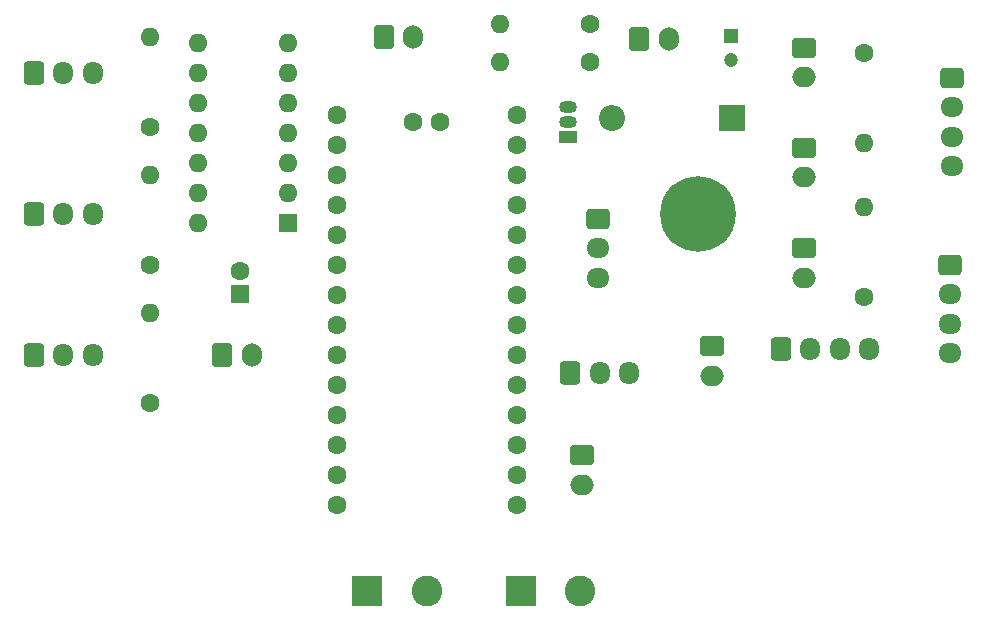
<source format=gts>
%TF.GenerationSoftware,KiCad,Pcbnew,7.0.7*%
%TF.CreationDate,2023-12-19T14:51:20+00:00*%
%TF.ProjectId,Wand Board,57616e64-2042-46f6-9172-642e6b696361,rev?*%
%TF.SameCoordinates,Original*%
%TF.FileFunction,Soldermask,Top*%
%TF.FilePolarity,Negative*%
%FSLAX46Y46*%
G04 Gerber Fmt 4.6, Leading zero omitted, Abs format (unit mm)*
G04 Created by KiCad (PCBNEW 7.0.7) date 2023-12-19 14:51:20*
%MOMM*%
%LPD*%
G01*
G04 APERTURE LIST*
G04 Aperture macros list*
%AMRoundRect*
0 Rectangle with rounded corners*
0 $1 Rounding radius*
0 $2 $3 $4 $5 $6 $7 $8 $9 X,Y pos of 4 corners*
0 Add a 4 corners polygon primitive as box body*
4,1,4,$2,$3,$4,$5,$6,$7,$8,$9,$2,$3,0*
0 Add four circle primitives for the rounded corners*
1,1,$1+$1,$2,$3*
1,1,$1+$1,$4,$5*
1,1,$1+$1,$6,$7*
1,1,$1+$1,$8,$9*
0 Add four rect primitives between the rounded corners*
20,1,$1+$1,$2,$3,$4,$5,0*
20,1,$1+$1,$4,$5,$6,$7,0*
20,1,$1+$1,$6,$7,$8,$9,0*
20,1,$1+$1,$8,$9,$2,$3,0*%
G04 Aperture macros list end*
%ADD10RoundRect,0.250000X-0.600000X-0.725000X0.600000X-0.725000X0.600000X0.725000X-0.600000X0.725000X0*%
%ADD11O,1.700000X1.950000*%
%ADD12R,1.200000X1.200000*%
%ADD13C,1.200000*%
%ADD14C,1.600000*%
%ADD15O,1.600000X1.600000*%
%ADD16RoundRect,0.250000X-0.725000X0.600000X-0.725000X-0.600000X0.725000X-0.600000X0.725000X0.600000X0*%
%ADD17O,1.950000X1.700000*%
%ADD18R,2.200000X2.200000*%
%ADD19O,2.200000X2.200000*%
%ADD20R,2.600000X2.600000*%
%ADD21C,2.600000*%
%ADD22RoundRect,0.250000X-0.750000X0.600000X-0.750000X-0.600000X0.750000X-0.600000X0.750000X0.600000X0*%
%ADD23O,2.000000X1.700000*%
%ADD24RoundRect,0.250000X-0.600000X-0.750000X0.600000X-0.750000X0.600000X0.750000X-0.600000X0.750000X0*%
%ADD25O,1.700000X2.000000*%
%ADD26R,1.600000X1.600000*%
%ADD27R,1.500000X1.050000*%
%ADD28O,1.500000X1.050000*%
%ADD29C,6.400000*%
G04 APERTURE END LIST*
D10*
X57230000Y-96503000D03*
D11*
X59730000Y-96503000D03*
X62230000Y-96503000D03*
D12*
X116250000Y-69527401D03*
D13*
X116250000Y-71527401D03*
D14*
X82880000Y-76180000D03*
X82880000Y-78720000D03*
X82880000Y-81260000D03*
X82880000Y-83800000D03*
X82880000Y-86340000D03*
X82880000Y-88880000D03*
X82880000Y-91420000D03*
X82880000Y-93960000D03*
X82880000Y-96500000D03*
X82880000Y-99040000D03*
X82880000Y-101580000D03*
X82880000Y-104120000D03*
X82880000Y-106660000D03*
X82880000Y-109200000D03*
X98120000Y-109200000D03*
X98120000Y-106660000D03*
X98120000Y-104120000D03*
X98120000Y-101580000D03*
X98120000Y-99040000D03*
X98120000Y-96500000D03*
X98120000Y-93960000D03*
X98120000Y-91420000D03*
X98120000Y-88880000D03*
X98120000Y-86340000D03*
X98120000Y-83800000D03*
X98120000Y-81260000D03*
X98120000Y-78720000D03*
X98120000Y-76180000D03*
X91645000Y-76820000D03*
X89355000Y-76820000D03*
X104370000Y-71750000D03*
D15*
X96750000Y-71750000D03*
D10*
X57230000Y-72644000D03*
D11*
X59730000Y-72644000D03*
X62230000Y-72644000D03*
D10*
X120500000Y-96000000D03*
D11*
X123000000Y-96000000D03*
X125500000Y-96000000D03*
X128000000Y-96000000D03*
D14*
X67056000Y-77216000D03*
D15*
X67056000Y-69596000D03*
D16*
X105000000Y-85000000D03*
D17*
X105000000Y-87500000D03*
X105000000Y-90000000D03*
D14*
X67056000Y-88900000D03*
D15*
X67056000Y-81280000D03*
D14*
X127500000Y-70940000D03*
D15*
X127500000Y-78560000D03*
D18*
X116330000Y-76500000D03*
D19*
X106170000Y-76500000D03*
D20*
X98500000Y-116500000D03*
D21*
X103500000Y-116500000D03*
D16*
X135000000Y-73054000D03*
D17*
X135000000Y-75554000D03*
X135000000Y-78054000D03*
X135000000Y-80554000D03*
D22*
X103632000Y-105000000D03*
D23*
X103632000Y-107500000D03*
D24*
X108500000Y-69750000D03*
D25*
X111000000Y-69750000D03*
D14*
X67056000Y-100584000D03*
D15*
X67056000Y-92964000D03*
D10*
X57230000Y-84582000D03*
D11*
X59730000Y-84582000D03*
X62230000Y-84582000D03*
D26*
X74676000Y-91408000D03*
D14*
X74676000Y-89408000D03*
D22*
X122500000Y-87500000D03*
D23*
X122500000Y-90000000D03*
D10*
X102656000Y-98044000D03*
D11*
X105156000Y-98044000D03*
X107656000Y-98044000D03*
D14*
X127500000Y-91620000D03*
D15*
X127500000Y-84000000D03*
D22*
X122500000Y-79000000D03*
D23*
X122500000Y-81500000D03*
D24*
X86868000Y-69596000D03*
D25*
X89368000Y-69596000D03*
D16*
X134850000Y-88900000D03*
D17*
X134850000Y-91400000D03*
X134850000Y-93900000D03*
X134850000Y-96400000D03*
D22*
X122500000Y-70500000D03*
D23*
X122500000Y-73000000D03*
D26*
X78740000Y-85344000D03*
D15*
X78740000Y-82804000D03*
X78740000Y-80264000D03*
X78740000Y-77724000D03*
X78740000Y-75184000D03*
X78740000Y-72644000D03*
X78740000Y-70104000D03*
X71120000Y-70104000D03*
X71120000Y-72644000D03*
X71120000Y-75184000D03*
X71120000Y-77724000D03*
X71120000Y-80264000D03*
X71120000Y-82804000D03*
X71120000Y-85344000D03*
D22*
X114700000Y-95800000D03*
D23*
X114700000Y-98300000D03*
D24*
X73192000Y-96520000D03*
D25*
X75692000Y-96520000D03*
D20*
X85500000Y-116500000D03*
D21*
X90500000Y-116500000D03*
D14*
X104310000Y-68500000D03*
D15*
X96690000Y-68500000D03*
D27*
X102500000Y-78040000D03*
D28*
X102500000Y-76770000D03*
X102500000Y-75500000D03*
D29*
X113500000Y-84625000D03*
M02*

</source>
